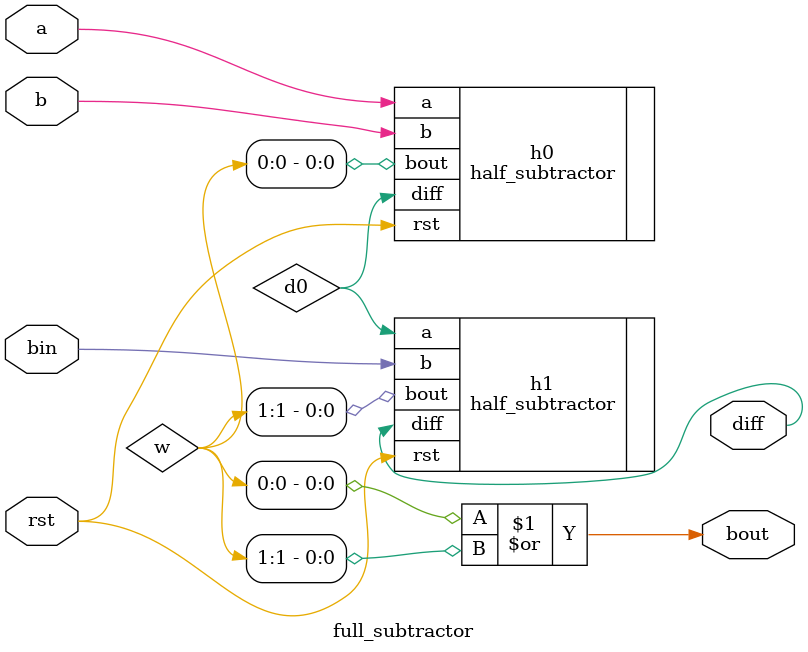
<source format=v>

module full_subtractor(diff, bout, a, b, bin, rst);
input a, b, bin, rst;
output diff, bout;
wire d0;
wire [1:0] w;
half_subtractor h0 (.diff(d0), .bout(w[0]),
	.a(a), .b(b),  .rst(rst));
half_subtractor h1 (.diff(diff), .bout(w[1]),
	.a(d0), .b(bin), .rst(rst)); 
or o0 (bout, w[0], w[1]); // w0 is the bout
endmodule

</source>
